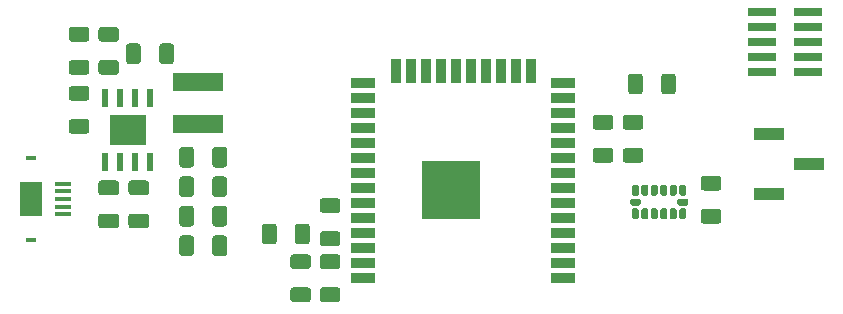
<source format=gbr>
G04 #@! TF.GenerationSoftware,KiCad,Pcbnew,5.1.6*
G04 #@! TF.CreationDate,2020-07-28T12:29:14+02:00*
G04 #@! TF.ProjectId,ESP32_lamp,45535033-325f-46c6-916d-702e6b696361,rev?*
G04 #@! TF.SameCoordinates,Original*
G04 #@! TF.FileFunction,Paste,Bot*
G04 #@! TF.FilePolarity,Positive*
%FSLAX46Y46*%
G04 Gerber Fmt 4.6, Leading zero omitted, Abs format (unit mm)*
G04 Created by KiCad (PCBNEW 5.1.6) date 2020-07-28 12:29:14*
%MOMM*%
%LPD*%
G01*
G04 APERTURE LIST*
%ADD10R,2.510000X1.000000*%
%ADD11R,2.000000X0.900000*%
%ADD12R,0.900000X2.000000*%
%ADD13R,5.000000X5.000000*%
%ADD14R,2.400000X0.740000*%
%ADD15R,4.200000X1.500000*%
%ADD16R,3.100000X2.600000*%
%ADD17R,0.600000X1.550000*%
%ADD18R,0.850000X0.300000*%
%ADD19R,1.900000X2.900000*%
%ADD20R,1.350000X0.400000*%
G04 APERTURE END LIST*
G36*
G01*
X174775000Y-121425000D02*
X174775000Y-120175000D01*
G75*
G02*
X175025000Y-119925000I250000J0D01*
G01*
X175775000Y-119925000D01*
G75*
G02*
X176025000Y-120175000I0J-250000D01*
G01*
X176025000Y-121425000D01*
G75*
G02*
X175775000Y-121675000I-250000J0D01*
G01*
X175025000Y-121675000D01*
G75*
G02*
X174775000Y-121425000I0J250000D01*
G01*
G37*
G36*
G01*
X171975000Y-121425000D02*
X171975000Y-120175000D01*
G75*
G02*
X172225000Y-119925000I250000J0D01*
G01*
X172975000Y-119925000D01*
G75*
G02*
X173225000Y-120175000I0J-250000D01*
G01*
X173225000Y-121425000D01*
G75*
G02*
X172975000Y-121675000I-250000J0D01*
G01*
X172225000Y-121675000D01*
G75*
G02*
X171975000Y-121425000I0J250000D01*
G01*
G37*
D10*
X187255000Y-127600000D03*
X183945000Y-125060000D03*
X183945000Y-130140000D03*
G36*
G01*
X178375000Y-131375000D02*
X179625000Y-131375000D01*
G75*
G02*
X179875000Y-131625000I0J-250000D01*
G01*
X179875000Y-132375000D01*
G75*
G02*
X179625000Y-132625000I-250000J0D01*
G01*
X178375000Y-132625000D01*
G75*
G02*
X178125000Y-132375000I0J250000D01*
G01*
X178125000Y-131625000D01*
G75*
G02*
X178375000Y-131375000I250000J0D01*
G01*
G37*
G36*
G01*
X178375000Y-128575000D02*
X179625000Y-128575000D01*
G75*
G02*
X179875000Y-128825000I0J-250000D01*
G01*
X179875000Y-129575000D01*
G75*
G02*
X179625000Y-129825000I-250000J0D01*
G01*
X178375000Y-129825000D01*
G75*
G02*
X178125000Y-129575000I0J250000D01*
G01*
X178125000Y-128825000D01*
G75*
G02*
X178375000Y-128575000I250000J0D01*
G01*
G37*
D11*
X166500000Y-137255000D03*
X166500000Y-135985000D03*
X166500000Y-134715000D03*
X166500000Y-133445000D03*
X166500000Y-132175000D03*
X166500000Y-130905000D03*
X166500000Y-129635000D03*
X166500000Y-128365000D03*
X166500000Y-127095000D03*
X166500000Y-125825000D03*
X166500000Y-124555000D03*
X166500000Y-123285000D03*
X166500000Y-122015000D03*
X166500000Y-120745000D03*
D12*
X163715000Y-119745000D03*
X162445000Y-119745000D03*
X161175000Y-119745000D03*
X159905000Y-119745000D03*
X158635000Y-119745000D03*
X157365000Y-119745000D03*
X156095000Y-119745000D03*
X154825000Y-119745000D03*
X153555000Y-119745000D03*
X152285000Y-119745000D03*
D11*
X149500000Y-120745000D03*
X149500000Y-122015000D03*
X149500000Y-123285000D03*
X149500000Y-124555000D03*
X149500000Y-125825000D03*
X149500000Y-127095000D03*
X149500000Y-128365000D03*
X149500000Y-129635000D03*
X149500000Y-130905000D03*
X149500000Y-132175000D03*
X149500000Y-133445000D03*
X149500000Y-134715000D03*
X149500000Y-135985000D03*
X149500000Y-137255000D03*
D13*
X157000000Y-129755000D03*
G36*
G01*
X135225000Y-126375000D02*
X135225000Y-127625000D01*
G75*
G02*
X134975000Y-127875000I-250000J0D01*
G01*
X134225000Y-127875000D01*
G75*
G02*
X133975000Y-127625000I0J250000D01*
G01*
X133975000Y-126375000D01*
G75*
G02*
X134225000Y-126125000I250000J0D01*
G01*
X134975000Y-126125000D01*
G75*
G02*
X135225000Y-126375000I0J-250000D01*
G01*
G37*
G36*
G01*
X138025000Y-126375000D02*
X138025000Y-127625000D01*
G75*
G02*
X137775000Y-127875000I-250000J0D01*
G01*
X137025000Y-127875000D01*
G75*
G02*
X136775000Y-127625000I0J250000D01*
G01*
X136775000Y-126375000D01*
G75*
G02*
X137025000Y-126125000I250000J0D01*
G01*
X137775000Y-126125000D01*
G75*
G02*
X138025000Y-126375000I0J-250000D01*
G01*
G37*
G36*
G01*
X173025000Y-124675000D02*
X171775000Y-124675000D01*
G75*
G02*
X171525000Y-124425000I0J250000D01*
G01*
X171525000Y-123675000D01*
G75*
G02*
X171775000Y-123425000I250000J0D01*
G01*
X173025000Y-123425000D01*
G75*
G02*
X173275000Y-123675000I0J-250000D01*
G01*
X173275000Y-124425000D01*
G75*
G02*
X173025000Y-124675000I-250000J0D01*
G01*
G37*
G36*
G01*
X173025000Y-127475000D02*
X171775000Y-127475000D01*
G75*
G02*
X171525000Y-127225000I0J250000D01*
G01*
X171525000Y-126475000D01*
G75*
G02*
X171775000Y-126225000I250000J0D01*
G01*
X173025000Y-126225000D01*
G75*
G02*
X173275000Y-126475000I0J-250000D01*
G01*
X173275000Y-127225000D01*
G75*
G02*
X173025000Y-127475000I-250000J0D01*
G01*
G37*
G36*
G01*
X170475000Y-124675000D02*
X169225000Y-124675000D01*
G75*
G02*
X168975000Y-124425000I0J250000D01*
G01*
X168975000Y-123675000D01*
G75*
G02*
X169225000Y-123425000I250000J0D01*
G01*
X170475000Y-123425000D01*
G75*
G02*
X170725000Y-123675000I0J-250000D01*
G01*
X170725000Y-124425000D01*
G75*
G02*
X170475000Y-124675000I-250000J0D01*
G01*
G37*
G36*
G01*
X170475000Y-127475000D02*
X169225000Y-127475000D01*
G75*
G02*
X168975000Y-127225000I0J250000D01*
G01*
X168975000Y-126475000D01*
G75*
G02*
X169225000Y-126225000I250000J0D01*
G01*
X170475000Y-126225000D01*
G75*
G02*
X170725000Y-126475000I0J-250000D01*
G01*
X170725000Y-127225000D01*
G75*
G02*
X170475000Y-127475000I-250000J0D01*
G01*
G37*
D14*
X183300000Y-119790000D03*
X187200000Y-119790000D03*
X183300000Y-118520000D03*
X187200000Y-118520000D03*
X183300000Y-117250000D03*
X187200000Y-117250000D03*
X183300000Y-115980000D03*
X187200000Y-115980000D03*
X183300000Y-114710000D03*
X187200000Y-114710000D03*
G36*
G01*
X124875000Y-123775000D02*
X126125000Y-123775000D01*
G75*
G02*
X126375000Y-124025000I0J-250000D01*
G01*
X126375000Y-124775000D01*
G75*
G02*
X126125000Y-125025000I-250000J0D01*
G01*
X124875000Y-125025000D01*
G75*
G02*
X124625000Y-124775000I0J250000D01*
G01*
X124625000Y-124025000D01*
G75*
G02*
X124875000Y-123775000I250000J0D01*
G01*
G37*
G36*
G01*
X124875000Y-120975000D02*
X126125000Y-120975000D01*
G75*
G02*
X126375000Y-121225000I0J-250000D01*
G01*
X126375000Y-121975000D01*
G75*
G02*
X126125000Y-122225000I-250000J0D01*
G01*
X124875000Y-122225000D01*
G75*
G02*
X124625000Y-121975000I0J250000D01*
G01*
X124625000Y-121225000D01*
G75*
G02*
X124875000Y-120975000I250000J0D01*
G01*
G37*
G36*
G01*
X142225000Y-132875000D02*
X142225000Y-134125000D01*
G75*
G02*
X141975000Y-134375000I-250000J0D01*
G01*
X141225000Y-134375000D01*
G75*
G02*
X140975000Y-134125000I0J250000D01*
G01*
X140975000Y-132875000D01*
G75*
G02*
X141225000Y-132625000I250000J0D01*
G01*
X141975000Y-132625000D01*
G75*
G02*
X142225000Y-132875000I0J-250000D01*
G01*
G37*
G36*
G01*
X145025000Y-132875000D02*
X145025000Y-134125000D01*
G75*
G02*
X144775000Y-134375000I-250000J0D01*
G01*
X144025000Y-134375000D01*
G75*
G02*
X143775000Y-134125000I0J250000D01*
G01*
X143775000Y-132875000D01*
G75*
G02*
X144025000Y-132625000I250000J0D01*
G01*
X144775000Y-132625000D01*
G75*
G02*
X145025000Y-132875000I0J-250000D01*
G01*
G37*
G36*
G01*
X124875000Y-118775000D02*
X126125000Y-118775000D01*
G75*
G02*
X126375000Y-119025000I0J-250000D01*
G01*
X126375000Y-119775000D01*
G75*
G02*
X126125000Y-120025000I-250000J0D01*
G01*
X124875000Y-120025000D01*
G75*
G02*
X124625000Y-119775000I0J250000D01*
G01*
X124625000Y-119025000D01*
G75*
G02*
X124875000Y-118775000I250000J0D01*
G01*
G37*
G36*
G01*
X124875000Y-115975000D02*
X126125000Y-115975000D01*
G75*
G02*
X126375000Y-116225000I0J-250000D01*
G01*
X126375000Y-116975000D01*
G75*
G02*
X126125000Y-117225000I-250000J0D01*
G01*
X124875000Y-117225000D01*
G75*
G02*
X124625000Y-116975000I0J250000D01*
G01*
X124625000Y-116225000D01*
G75*
G02*
X124875000Y-115975000I250000J0D01*
G01*
G37*
G36*
G01*
X146125000Y-133275000D02*
X147375000Y-133275000D01*
G75*
G02*
X147625000Y-133525000I0J-250000D01*
G01*
X147625000Y-134275000D01*
G75*
G02*
X147375000Y-134525000I-250000J0D01*
G01*
X146125000Y-134525000D01*
G75*
G02*
X145875000Y-134275000I0J250000D01*
G01*
X145875000Y-133525000D01*
G75*
G02*
X146125000Y-133275000I250000J0D01*
G01*
G37*
G36*
G01*
X146125000Y-130475000D02*
X147375000Y-130475000D01*
G75*
G02*
X147625000Y-130725000I0J-250000D01*
G01*
X147625000Y-131475000D01*
G75*
G02*
X147375000Y-131725000I-250000J0D01*
G01*
X146125000Y-131725000D01*
G75*
G02*
X145875000Y-131475000I0J250000D01*
G01*
X145875000Y-130725000D01*
G75*
G02*
X146125000Y-130475000I250000J0D01*
G01*
G37*
G36*
G01*
X144875000Y-136475000D02*
X143625000Y-136475000D01*
G75*
G02*
X143375000Y-136225000I0J250000D01*
G01*
X143375000Y-135475000D01*
G75*
G02*
X143625000Y-135225000I250000J0D01*
G01*
X144875000Y-135225000D01*
G75*
G02*
X145125000Y-135475000I0J-250000D01*
G01*
X145125000Y-136225000D01*
G75*
G02*
X144875000Y-136475000I-250000J0D01*
G01*
G37*
G36*
G01*
X144875000Y-139275000D02*
X143625000Y-139275000D01*
G75*
G02*
X143375000Y-139025000I0J250000D01*
G01*
X143375000Y-138275000D01*
G75*
G02*
X143625000Y-138025000I250000J0D01*
G01*
X144875000Y-138025000D01*
G75*
G02*
X145125000Y-138275000I0J-250000D01*
G01*
X145125000Y-139025000D01*
G75*
G02*
X144875000Y-139275000I-250000J0D01*
G01*
G37*
G36*
G01*
X147375000Y-136475000D02*
X146125000Y-136475000D01*
G75*
G02*
X145875000Y-136225000I0J250000D01*
G01*
X145875000Y-135475000D01*
G75*
G02*
X146125000Y-135225000I250000J0D01*
G01*
X147375000Y-135225000D01*
G75*
G02*
X147625000Y-135475000I0J-250000D01*
G01*
X147625000Y-136225000D01*
G75*
G02*
X147375000Y-136475000I-250000J0D01*
G01*
G37*
G36*
G01*
X147375000Y-139275000D02*
X146125000Y-139275000D01*
G75*
G02*
X145875000Y-139025000I0J250000D01*
G01*
X145875000Y-138275000D01*
G75*
G02*
X146125000Y-138025000I250000J0D01*
G01*
X147375000Y-138025000D01*
G75*
G02*
X147625000Y-138275000I0J-250000D01*
G01*
X147625000Y-139025000D01*
G75*
G02*
X147375000Y-139275000I-250000J0D01*
G01*
G37*
G36*
G01*
X135225000Y-133875000D02*
X135225000Y-135125000D01*
G75*
G02*
X134975000Y-135375000I-250000J0D01*
G01*
X134225000Y-135375000D01*
G75*
G02*
X133975000Y-135125000I0J250000D01*
G01*
X133975000Y-133875000D01*
G75*
G02*
X134225000Y-133625000I250000J0D01*
G01*
X134975000Y-133625000D01*
G75*
G02*
X135225000Y-133875000I0J-250000D01*
G01*
G37*
G36*
G01*
X138025000Y-133875000D02*
X138025000Y-135125000D01*
G75*
G02*
X137775000Y-135375000I-250000J0D01*
G01*
X137025000Y-135375000D01*
G75*
G02*
X136775000Y-135125000I0J250000D01*
G01*
X136775000Y-133875000D01*
G75*
G02*
X137025000Y-133625000I250000J0D01*
G01*
X137775000Y-133625000D01*
G75*
G02*
X138025000Y-133875000I0J-250000D01*
G01*
G37*
G36*
G01*
X135225000Y-131375000D02*
X135225000Y-132625000D01*
G75*
G02*
X134975000Y-132875000I-250000J0D01*
G01*
X134225000Y-132875000D01*
G75*
G02*
X133975000Y-132625000I0J250000D01*
G01*
X133975000Y-131375000D01*
G75*
G02*
X134225000Y-131125000I250000J0D01*
G01*
X134975000Y-131125000D01*
G75*
G02*
X135225000Y-131375000I0J-250000D01*
G01*
G37*
G36*
G01*
X138025000Y-131375000D02*
X138025000Y-132625000D01*
G75*
G02*
X137775000Y-132875000I-250000J0D01*
G01*
X137025000Y-132875000D01*
G75*
G02*
X136775000Y-132625000I0J250000D01*
G01*
X136775000Y-131375000D01*
G75*
G02*
X137025000Y-131125000I250000J0D01*
G01*
X137775000Y-131125000D01*
G75*
G02*
X138025000Y-131375000I0J-250000D01*
G01*
G37*
G36*
G01*
X135225000Y-128875000D02*
X135225000Y-130125000D01*
G75*
G02*
X134975000Y-130375000I-250000J0D01*
G01*
X134225000Y-130375000D01*
G75*
G02*
X133975000Y-130125000I0J250000D01*
G01*
X133975000Y-128875000D01*
G75*
G02*
X134225000Y-128625000I250000J0D01*
G01*
X134975000Y-128625000D01*
G75*
G02*
X135225000Y-128875000I0J-250000D01*
G01*
G37*
G36*
G01*
X138025000Y-128875000D02*
X138025000Y-130125000D01*
G75*
G02*
X137775000Y-130375000I-250000J0D01*
G01*
X137025000Y-130375000D01*
G75*
G02*
X136775000Y-130125000I0J250000D01*
G01*
X136775000Y-128875000D01*
G75*
G02*
X137025000Y-128625000I250000J0D01*
G01*
X137775000Y-128625000D01*
G75*
G02*
X138025000Y-128875000I0J-250000D01*
G01*
G37*
G36*
G01*
X130725000Y-117625000D02*
X130725000Y-118875000D01*
G75*
G02*
X130475000Y-119125000I-250000J0D01*
G01*
X129725000Y-119125000D01*
G75*
G02*
X129475000Y-118875000I0J250000D01*
G01*
X129475000Y-117625000D01*
G75*
G02*
X129725000Y-117375000I250000J0D01*
G01*
X130475000Y-117375000D01*
G75*
G02*
X130725000Y-117625000I0J-250000D01*
G01*
G37*
G36*
G01*
X133525000Y-117625000D02*
X133525000Y-118875000D01*
G75*
G02*
X133275000Y-119125000I-250000J0D01*
G01*
X132525000Y-119125000D01*
G75*
G02*
X132275000Y-118875000I0J250000D01*
G01*
X132275000Y-117625000D01*
G75*
G02*
X132525000Y-117375000I250000J0D01*
G01*
X133275000Y-117375000D01*
G75*
G02*
X133525000Y-117625000I0J-250000D01*
G01*
G37*
G36*
G01*
X128625000Y-117225000D02*
X127375000Y-117225000D01*
G75*
G02*
X127125000Y-116975000I0J250000D01*
G01*
X127125000Y-116225000D01*
G75*
G02*
X127375000Y-115975000I250000J0D01*
G01*
X128625000Y-115975000D01*
G75*
G02*
X128875000Y-116225000I0J-250000D01*
G01*
X128875000Y-116975000D01*
G75*
G02*
X128625000Y-117225000I-250000J0D01*
G01*
G37*
G36*
G01*
X128625000Y-120025000D02*
X127375000Y-120025000D01*
G75*
G02*
X127125000Y-119775000I0J250000D01*
G01*
X127125000Y-119025000D01*
G75*
G02*
X127375000Y-118775000I250000J0D01*
G01*
X128625000Y-118775000D01*
G75*
G02*
X128875000Y-119025000I0J-250000D01*
G01*
X128875000Y-119775000D01*
G75*
G02*
X128625000Y-120025000I-250000J0D01*
G01*
G37*
G36*
G01*
X129925000Y-131775000D02*
X131175000Y-131775000D01*
G75*
G02*
X131425000Y-132025000I0J-250000D01*
G01*
X131425000Y-132775000D01*
G75*
G02*
X131175000Y-133025000I-250000J0D01*
G01*
X129925000Y-133025000D01*
G75*
G02*
X129675000Y-132775000I0J250000D01*
G01*
X129675000Y-132025000D01*
G75*
G02*
X129925000Y-131775000I250000J0D01*
G01*
G37*
G36*
G01*
X129925000Y-128975000D02*
X131175000Y-128975000D01*
G75*
G02*
X131425000Y-129225000I0J-250000D01*
G01*
X131425000Y-129975000D01*
G75*
G02*
X131175000Y-130225000I-250000J0D01*
G01*
X129925000Y-130225000D01*
G75*
G02*
X129675000Y-129975000I0J250000D01*
G01*
X129675000Y-129225000D01*
G75*
G02*
X129925000Y-128975000I250000J0D01*
G01*
G37*
G36*
G01*
X127375000Y-131775000D02*
X128625000Y-131775000D01*
G75*
G02*
X128875000Y-132025000I0J-250000D01*
G01*
X128875000Y-132775000D01*
G75*
G02*
X128625000Y-133025000I-250000J0D01*
G01*
X127375000Y-133025000D01*
G75*
G02*
X127125000Y-132775000I0J250000D01*
G01*
X127125000Y-132025000D01*
G75*
G02*
X127375000Y-131775000I250000J0D01*
G01*
G37*
G36*
G01*
X127375000Y-128975000D02*
X128625000Y-128975000D01*
G75*
G02*
X128875000Y-129225000I0J-250000D01*
G01*
X128875000Y-129975000D01*
G75*
G02*
X128625000Y-130225000I-250000J0D01*
G01*
X127375000Y-130225000D01*
G75*
G02*
X127125000Y-129975000I0J250000D01*
G01*
X127125000Y-129225000D01*
G75*
G02*
X127375000Y-128975000I250000J0D01*
G01*
G37*
D15*
X135530000Y-124220000D03*
X135530000Y-120620000D03*
G36*
G01*
X172275000Y-130500000D02*
X172925000Y-130500000D01*
G75*
G02*
X173075000Y-130650000I0J-150000D01*
G01*
X173075000Y-130950000D01*
G75*
G02*
X172925000Y-131100000I-150000J0D01*
G01*
X172275000Y-131100000D01*
G75*
G02*
X172125000Y-130950000I0J150000D01*
G01*
X172125000Y-130650000D01*
G75*
G02*
X172275000Y-130500000I150000J0D01*
G01*
G37*
G36*
G01*
X172450000Y-131325000D02*
X172750000Y-131325000D01*
G75*
G02*
X172900000Y-131475000I0J-150000D01*
G01*
X172900000Y-132125000D01*
G75*
G02*
X172750000Y-132275000I-150000J0D01*
G01*
X172450000Y-132275000D01*
G75*
G02*
X172300000Y-132125000I0J150000D01*
G01*
X172300000Y-131475000D01*
G75*
G02*
X172450000Y-131325000I150000J0D01*
G01*
G37*
G36*
G01*
X173250000Y-131325000D02*
X173550000Y-131325000D01*
G75*
G02*
X173700000Y-131475000I0J-150000D01*
G01*
X173700000Y-132125000D01*
G75*
G02*
X173550000Y-132275000I-150000J0D01*
G01*
X173250000Y-132275000D01*
G75*
G02*
X173100000Y-132125000I0J150000D01*
G01*
X173100000Y-131475000D01*
G75*
G02*
X173250000Y-131325000I150000J0D01*
G01*
G37*
G36*
G01*
X174050000Y-131325000D02*
X174350000Y-131325000D01*
G75*
G02*
X174500000Y-131475000I0J-150000D01*
G01*
X174500000Y-132125000D01*
G75*
G02*
X174350000Y-132275000I-150000J0D01*
G01*
X174050000Y-132275000D01*
G75*
G02*
X173900000Y-132125000I0J150000D01*
G01*
X173900000Y-131475000D01*
G75*
G02*
X174050000Y-131325000I150000J0D01*
G01*
G37*
G36*
G01*
X174850000Y-131325000D02*
X175150000Y-131325000D01*
G75*
G02*
X175300000Y-131475000I0J-150000D01*
G01*
X175300000Y-132125000D01*
G75*
G02*
X175150000Y-132275000I-150000J0D01*
G01*
X174850000Y-132275000D01*
G75*
G02*
X174700000Y-132125000I0J150000D01*
G01*
X174700000Y-131475000D01*
G75*
G02*
X174850000Y-131325000I150000J0D01*
G01*
G37*
G36*
G01*
X175650000Y-131325000D02*
X175950000Y-131325000D01*
G75*
G02*
X176100000Y-131475000I0J-150000D01*
G01*
X176100000Y-132125000D01*
G75*
G02*
X175950000Y-132275000I-150000J0D01*
G01*
X175650000Y-132275000D01*
G75*
G02*
X175500000Y-132125000I0J150000D01*
G01*
X175500000Y-131475000D01*
G75*
G02*
X175650000Y-131325000I150000J0D01*
G01*
G37*
G36*
G01*
X176450000Y-131325000D02*
X176750000Y-131325000D01*
G75*
G02*
X176900000Y-131475000I0J-150000D01*
G01*
X176900000Y-132125000D01*
G75*
G02*
X176750000Y-132275000I-150000J0D01*
G01*
X176450000Y-132275000D01*
G75*
G02*
X176300000Y-132125000I0J150000D01*
G01*
X176300000Y-131475000D01*
G75*
G02*
X176450000Y-131325000I150000J0D01*
G01*
G37*
G36*
G01*
X176275000Y-130500000D02*
X176925000Y-130500000D01*
G75*
G02*
X177075000Y-130650000I0J-150000D01*
G01*
X177075000Y-130950000D01*
G75*
G02*
X176925000Y-131100000I-150000J0D01*
G01*
X176275000Y-131100000D01*
G75*
G02*
X176125000Y-130950000I0J150000D01*
G01*
X176125000Y-130650000D01*
G75*
G02*
X176275000Y-130500000I150000J0D01*
G01*
G37*
G36*
G01*
X176450000Y-129325000D02*
X176750000Y-129325000D01*
G75*
G02*
X176900000Y-129475000I0J-150000D01*
G01*
X176900000Y-130125000D01*
G75*
G02*
X176750000Y-130275000I-150000J0D01*
G01*
X176450000Y-130275000D01*
G75*
G02*
X176300000Y-130125000I0J150000D01*
G01*
X176300000Y-129475000D01*
G75*
G02*
X176450000Y-129325000I150000J0D01*
G01*
G37*
G36*
G01*
X175650000Y-129325000D02*
X175950000Y-129325000D01*
G75*
G02*
X176100000Y-129475000I0J-150000D01*
G01*
X176100000Y-130125000D01*
G75*
G02*
X175950000Y-130275000I-150000J0D01*
G01*
X175650000Y-130275000D01*
G75*
G02*
X175500000Y-130125000I0J150000D01*
G01*
X175500000Y-129475000D01*
G75*
G02*
X175650000Y-129325000I150000J0D01*
G01*
G37*
G36*
G01*
X174850000Y-129325000D02*
X175150000Y-129325000D01*
G75*
G02*
X175300000Y-129475000I0J-150000D01*
G01*
X175300000Y-130125000D01*
G75*
G02*
X175150000Y-130275000I-150000J0D01*
G01*
X174850000Y-130275000D01*
G75*
G02*
X174700000Y-130125000I0J150000D01*
G01*
X174700000Y-129475000D01*
G75*
G02*
X174850000Y-129325000I150000J0D01*
G01*
G37*
G36*
G01*
X174050000Y-129325000D02*
X174350000Y-129325000D01*
G75*
G02*
X174500000Y-129475000I0J-150000D01*
G01*
X174500000Y-130125000D01*
G75*
G02*
X174350000Y-130275000I-150000J0D01*
G01*
X174050000Y-130275000D01*
G75*
G02*
X173900000Y-130125000I0J150000D01*
G01*
X173900000Y-129475000D01*
G75*
G02*
X174050000Y-129325000I150000J0D01*
G01*
G37*
G36*
G01*
X173250000Y-129325000D02*
X173550000Y-129325000D01*
G75*
G02*
X173700000Y-129475000I0J-150000D01*
G01*
X173700000Y-130125000D01*
G75*
G02*
X173550000Y-130275000I-150000J0D01*
G01*
X173250000Y-130275000D01*
G75*
G02*
X173100000Y-130125000I0J150000D01*
G01*
X173100000Y-129475000D01*
G75*
G02*
X173250000Y-129325000I150000J0D01*
G01*
G37*
G36*
G01*
X172450000Y-129325000D02*
X172750000Y-129325000D01*
G75*
G02*
X172900000Y-129475000I0J-150000D01*
G01*
X172900000Y-130125000D01*
G75*
G02*
X172750000Y-130275000I-150000J0D01*
G01*
X172450000Y-130275000D01*
G75*
G02*
X172300000Y-130125000I0J150000D01*
G01*
X172300000Y-129475000D01*
G75*
G02*
X172450000Y-129325000I150000J0D01*
G01*
G37*
D16*
X129630000Y-124720000D03*
D17*
X131535000Y-122020000D03*
X130265000Y-122020000D03*
X128995000Y-122020000D03*
X127725000Y-122020000D03*
X127725000Y-127420000D03*
X128995000Y-127420000D03*
X130265000Y-127420000D03*
X131535000Y-127420000D03*
D18*
X121450000Y-134050000D03*
X121450000Y-127050000D03*
D19*
X121450000Y-130550000D03*
D20*
X124125000Y-129900000D03*
X124125000Y-129250000D03*
X124125000Y-130550000D03*
X124125000Y-131200000D03*
X124125000Y-131850000D03*
M02*

</source>
